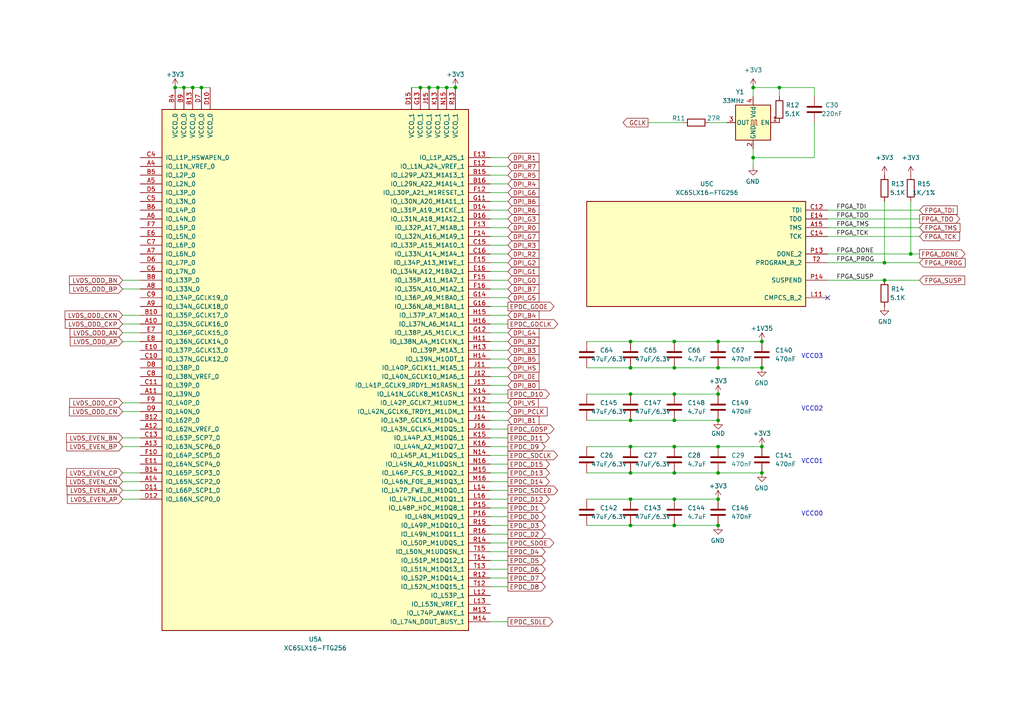
<source format=kicad_sch>
(kicad_sch (version 20231120) (generator "eeschema") (generator_version "8.0")
  (paper "A4")
  (title_block (title "Glider") (date "2024-05-09") (rev "R0.8") (company "Copyright 2024 Wenting Zhang"))
  (lib_symbols
    (symbol "Device:C" (pin_numbers hide) (pin_names (offset 0.254))
      (property "Reference" "C" (at 0.635 2.54 0))
      (property "Value" "C" (at 0.635 -2.54 0))
      (symbol "C_1_1"
        (pin passive line (at 0 3.81 270) (length 2.794) (name "~") (number "1"))
        (pin passive line (at 0 -3.81 90) (length 2.794) (name "~") (number "2"))
      )
    )
    (symbol "Device:R" (pin_numbers hide) (pin_names (offset 0))
      (property "Reference" "R" (at 2.032 0 90))
      (property "Value" "R" (at 0 0 90))
      (symbol "R_1_1"
        (pin passive line (at 0 3.81 270) (length 1.27) (name "~") (number "1"))
        (pin passive line (at 0 -3.81 90) (length 1.27) (name "~") (number "2"))
      )
    )
    (symbol "FPGA_Xilinx_Spartan6:XC6SLX16-FTG256" (pin_names (offset 1.016))
      (property "Reference" "U" (at 0 1.27 0))
      (property "Value" "XC6SLX16-FTG256" (at 0 -1.27 0))
      (symbol "XC6SLX16-FTG256_1_1"
        (pin bidirectional line (at -50.8 10.16 0) (length 6.35) (name "IO_L35N_GCLK16_0") (number "A10"))
        (pin bidirectional line (at -50.8 -10.16 0) (length 6.35) (name "IO_L39N_0") (number "A11"))
        (pin bidirectional line (at -50.8 -20.32 0) (length 6.35) (name "IO_L62N_VREF_0") (number "A12"))
        (pin bidirectional line (at -50.8 -25.4 0) (length 6.35) (name "IO_L63N_SCP6_0") (number "A13"))
        (pin bidirectional line (at -50.8 -35.56 0) (length 6.35) (name "IO_L65N_SCP2_0") (number "A14"))
        (pin bidirectional line (at -50.8 55.88 0) (length 6.35) (name "IO_L1N_VREF_0") (number "A4"))
        (pin bidirectional line (at -50.8 50.8 0) (length 6.35) (name "IO_L2N_0") (number "A5"))
        (pin bidirectional line (at -50.8 40.64 0) (length 6.35) (name "IO_L4N_0") (number "A6"))
        (pin bidirectional line (at -50.8 30.48 0) (length 6.35) (name "IO_L6N_0") (number "A7"))
        (pin bidirectional line (at -50.8 20.32 0) (length 6.35) (name "IO_L33N_0") (number "A8"))
        (pin bidirectional line (at -50.8 15.24 0) (length 6.35) (name "IO_L34N_GCLK18_0") (number "A9"))
        (pin bidirectional line (at -50.8 12.7 0) (length 6.35) (name "IO_L35P_GCLK17_0") (number "B10"))
        (pin bidirectional line (at -50.8 -17.78 0) (length 6.35) (name "IO_L62P_0") (number "B12"))
        (pin power_in line (at -35.56 78.74 270) (length 6.35) (name "VCCO_0") (number "B13"))
        (pin bidirectional line (at -50.8 -33.02 0) (length 6.35) (name "IO_L65P_SCP3_0") (number "B14"))
        (pin bidirectional line (at 50.8 53.34 180) (length 6.35) (name "IO_L29P_A23_M1A13_1") (number "B15"))
        (pin bidirectional line (at 50.8 50.8 180) (length 6.35) (name "IO_L29N_A22_M1A14_1") (number "B16"))
        (pin power_in line (at -40.64 78.74 270) (length 6.35) (name "VCCO_0") (number "B4"))
        (pin bidirectional line (at -50.8 53.34 0) (length 6.35) (name "IO_L2P_0") (number "B5"))
        (pin bidirectional line (at -50.8 43.18 0) (length 6.35) (name "IO_L4P_0") (number "B6"))
        (pin bidirectional line (at -50.8 22.86 0) (length 6.35) (name "IO_L33P_0") (number "B8"))
        (pin power_in line (at -38.1 78.74 270) (length 6.35) (name "VCCO_0") (number "B9"))
        (pin bidirectional line (at -50.8 0 0) (length 6.35) (name "IO_L37N_GCLK12_0") (number "C10"))
        (pin bidirectional line (at -50.8 -7.62 0) (length 6.35) (name "IO_L39P_0") (number "C11"))
        (pin bidirectional line (at -50.8 -22.86 0) (length 6.35) (name "IO_L63P_SCP7_0") (number "C13"))
        (pin bidirectional line (at 50.8 33.02 180) (length 6.35) (name "IO_L33P_A15_M1A10_1") (number "C15"))
        (pin bidirectional line (at 50.8 30.48 180) (length 6.35) (name "IO_L33N_A14_M1A4_1") (number "C16"))
        (pin bidirectional line (at -50.8 58.42 0) (length 6.35) (name "IO_L1P_HSWAPEN_0") (number "C4"))
        (pin bidirectional line (at -50.8 45.72 0) (length 6.35) (name "IO_L3N_0") (number "C5"))
        (pin bidirectional line (at -50.8 25.4 0) (length 6.35) (name "IO_L7N_0") (number "C6"))
        (pin bidirectional line (at -50.8 33.02 0) (length 6.35) (name "IO_L6P_0") (number "C7"))
        (pin bidirectional line (at -50.8 -5.08 0) (length 6.35) (name "IO_L38N_VREF_0") (number "C8"))
        (pin bidirectional line (at -50.8 17.78 0) (length 6.35) (name "IO_L34P_GCLK19_0") (number "C9"))
        (pin power_in line (at -30.48 78.74 270) (length 6.35) (name "VCCO_0") (number "D10"))
        (pin bidirectional line (at -50.8 -38.1 0) (length 6.35) (name "IO_L66P_SCP1_0") (number "D11"))
        (pin bidirectional line (at -50.8 -40.64 0) (length 6.35) (name "IO_L66N_SCP0_0") (number "D12"))
        (pin bidirectional line (at 50.8 43.18 180) (length 6.35) (name "IO_L31P_A19_M1CKE_1") (number "D14"))
        (pin power_in line (at 27.94 78.74 270) (length 6.35) (name "VCCO_1") (number "D15"))
        (pin bidirectional line (at 50.8 40.64 180) (length 6.35) (name "IO_L31N_A18_M1A12_1") (number "D16"))
        (pin bidirectional line (at -50.8 48.26 0) (length 6.35) (name "IO_L3P_0") (number "D5"))
        (pin bidirectional line (at -50.8 27.94 0) (length 6.35) (name "IO_L7P_0") (number "D6"))
        (pin power_in line (at -33.02 78.74 270) (length 6.35) (name "VCCO_0") (number "D7"))
        (pin bidirectional line (at -50.8 -2.54 0) (length 6.35) (name "IO_L38P_0") (number "D8"))
        (pin bidirectional line (at -50.8 -15.24 0) (length 6.35) (name "IO_L40N_0") (number "D9"))
        (pin bidirectional line (at -50.8 2.54 0) (length 6.35) (name "IO_L37P_GCLK13_0") (number "E10"))
        (pin bidirectional line (at -50.8 -30.48 0) (length 6.35) (name "IO_L64N_SCP4_0") (number "E11"))
        (pin bidirectional line (at 50.8 55.88 180) (length 6.35) (name "IO_L1N_A24_VREF_1") (number "E12"))
        (pin bidirectional line (at 50.8 58.42 180) (length 6.35) (name "IO_L1P_A25_1") (number "E13"))
        (pin bidirectional line (at 50.8 27.94 180) (length 6.35) (name "IO_L34P_A13_M1WE_1") (number "E15"))
        (pin bidirectional line (at 50.8 25.4 180) (length 6.35) (name "IO_L34N_A12_M1BA2_1") (number "E16"))
        (pin bidirectional line (at -50.8 35.56 0) (length 6.35) (name "IO_L5N_0") (number "E6"))
        (pin bidirectional line (at -50.8 7.62 0) (length 6.35) (name "IO_L36P_GCLK15_0") (number "E7"))
        (pin bidirectional line (at -50.8 5.08 0) (length 6.35) (name "IO_L36N_GCLK14_0") (number "E8"))
        (pin bidirectional line (at -50.8 -27.94 0) (length 6.35) (name "IO_L64P_SCP5_0") (number "F10"))
        (pin bidirectional line (at 50.8 48.26 180) (length 6.35) (name "IO_L30P_A21_M1RESET_1") (number "F12"))
        (pin bidirectional line (at 50.8 38.1 180) (length 6.35) (name "IO_L32P_A17_M1A8_1") (number "F13"))
        (pin bidirectional line (at 50.8 35.56 180) (length 6.35) (name "IO_L32N_A16_M1A9_1") (number "F14"))
        (pin bidirectional line (at 50.8 22.86 180) (length 6.35) (name "IO_L35P_A11_M1A7_1") (number "F15"))
        (pin bidirectional line (at 50.8 20.32 180) (length 6.35) (name "IO_L35N_A10_M1A2_1") (number "F16"))
        (pin bidirectional line (at -50.8 38.1 0) (length 6.35) (name "IO_L5P_0") (number "F7"))
        (pin bidirectional line (at -50.8 -12.7 0) (length 6.35) (name "IO_L40P_0") (number "F9"))
        (pin bidirectional line (at 50.8 45.72 180) (length 6.35) (name "IO_L30N_A20_M1A11_1") (number "G11"))
        (pin bidirectional line (at 50.8 7.62 180) (length 6.35) (name "IO_L38P_A5_M1CLK_1") (number "G12"))
        (pin power_in line (at 30.48 78.74 270) (length 6.35) (name "VCCO_1") (number "G13"))
        (pin bidirectional line (at 50.8 17.78 180) (length 6.35) (name "IO_L36P_A9_M1BA0_1") (number "G14"))
        (pin bidirectional line (at 50.8 15.24 180) (length 6.35) (name "IO_L36N_A8_M1BA1_1") (number "G16"))
        (pin bidirectional line (at 50.8 5.08 180) (length 6.35) (name "IO_L38N_A4_M1CLKN_1") (number "H11"))
        (pin bidirectional line (at 50.8 2.54 180) (length 6.35) (name "IO_L39P_M1A3_1") (number "H13"))
        (pin bidirectional line (at 50.8 0 180) (length 6.35) (name "IO_L39N_M1ODT_1") (number "H14"))
        (pin bidirectional line (at 50.8 12.7 180) (length 6.35) (name "IO_L37P_A7_M1A0_1") (number "H15"))
        (pin bidirectional line (at 50.8 10.16 180) (length 6.35) (name "IO_L37N_A6_M1A1_1") (number "H16"))
        (pin bidirectional line (at 50.8 -2.54 180) (length 6.35) (name "IO_L40P_GCLK11_M1A5_1") (number "J11"))
        (pin bidirectional line (at 50.8 -5.08 180) (length 6.35) (name "IO_L40N_GCLK10_M1A6_1") (number "J12"))
        (pin bidirectional line (at 50.8 -7.62 180) (length 6.35) (name "IO_L41P_GCLK9_IRDY1_M1RASN_1") (number "J13"))
        (pin bidirectional line (at 50.8 -17.78 180) (length 6.35) (name "IO_L43P_GCLK5_M1DQ4_1") (number "J14"))
        (pin power_in line (at 33.02 78.74 270) (length 6.35) (name "VCCO_1") (number "J15"))
        (pin bidirectional line (at 50.8 -20.32 180) (length 6.35) (name "IO_L43N_GCLK4_M1DQ5_1") (number "J16"))
        (pin bidirectional line (at 50.8 -15.24 180) (length 6.35) (name "IO_L42N_GCLK6_TRDY1_M1LDM_1") (number "K11"))
        (pin bidirectional line (at 50.8 -12.7 180) (length 6.35) (name "IO_L42P_GCLK7_M1UDM_1") (number "K12"))
        (pin power_in line (at 35.56 78.74 270) (length 6.35) (name "VCCO_1") (number "K13"))
        (pin bidirectional line (at 50.8 -10.16 180) (length 6.35) (name "IO_L41N_GCLK8_M1CASN_1") (number "K14"))
        (pin bidirectional line (at 50.8 -22.86 180) (length 6.35) (name "IO_L44P_A3_M1DQ6_1") (number "K15"))
        (pin bidirectional line (at 50.8 -25.4 180) (length 6.35) (name "IO_L44N_A2_M1DQ7_1") (number "K16"))
        (pin bidirectional line (at 50.8 -68.58 180) (length 6.35) (name "IO_L53P_1") (number "L12"))
        (pin bidirectional line (at 50.8 -71.12 180) (length 6.35) (name "IO_L53N_VREF_1") (number "L13"))
        (pin bidirectional line (at 50.8 -38.1 180) (length 6.35) (name "IO_L47P_FWE_B_M1DQ0_1") (number "L14"))
        (pin bidirectional line (at 50.8 -40.64 180) (length 6.35) (name "IO_L47N_LDC_M1DQ1_1") (number "L16"))
        (pin bidirectional line (at 50.8 -73.66 180) (length 6.35) (name "IO_L74P_AWAKE_1") (number "M13"))
        (pin bidirectional line (at 50.8 -76.2 180) (length 6.35) (name "IO_L74N_DOUT_BUSY_1") (number "M14"))
        (pin bidirectional line (at 50.8 -33.02 180) (length 6.35) (name "IO_L46P_FCS_B_M1DQ2_1") (number "M15"))
        (pin bidirectional line (at 50.8 -35.56 180) (length 6.35) (name "IO_L46N_FOE_B_M1DQ3_1") (number "M16"))
        (pin bidirectional line (at 50.8 -27.94 180) (length 6.35) (name "IO_L45P_A1_M1LDQS_1") (number "N14"))
        (pin power_in line (at 38.1 78.74 270) (length 6.35) (name "VCCO_1") (number "N15"))
        (pin bidirectional line (at 50.8 -30.48 180) (length 6.35) (name "IO_L45N_A0_M1LDQSN_1") (number "N16"))
        (pin bidirectional line (at 50.8 -43.18 180) (length 6.35) (name "IO_L48P_HDC_M1DQ8_1") (number "P15"))
        (pin bidirectional line (at 50.8 -45.72 180) (length 6.35) (name "IO_L48N_M1DQ9_1") (number "P16"))
        (pin bidirectional line (at 50.8 -63.5 180) (length 6.35) (name "IO_L52P_M1DQ14_1") (number "R12"))
        (pin power_in line (at 40.64 78.74 270) (length 6.35) (name "VCCO_1") (number "R13"))
        (pin bidirectional line (at 50.8 -53.34 180) (length 6.35) (name "IO_L50P_M1UDQS_1") (number "R14"))
        (pin bidirectional line (at 50.8 -48.26 180) (length 6.35) (name "IO_L49P_M1DQ10_1") (number "R15"))
        (pin bidirectional line (at 50.8 -50.8 180) (length 6.35) (name "IO_L49N_M1DQ11_1") (number "R16"))
        (pin bidirectional line (at 50.8 -66.04 180) (length 6.35) (name "IO_L52N_M1DQ15_1") (number "T12"))
        (pin bidirectional line (at 50.8 -60.96 180) (length 6.35) (name "IO_L51N_M1DQ13_1") (number "T13"))
        (pin bidirectional line (at 50.8 -58.42 180) (length 6.35) (name "IO_L51P_M1DQ12_1") (number "T14"))
        (pin bidirectional line (at 50.8 -55.88 180) (length 6.35) (name "IO_L50N_M1UDQSN_1") (number "T15"))
      )
      (symbol "XC6SLX16-FTG256_2_1"
        (pin bidirectional line (at 50.8 -55.88 180) (length 6.35) (name "IO_L52N_M3A9_3") (number "A2"))
        (pin bidirectional line (at 50.8 -76.2 180) (length 6.35) (name "IO_L83N_VREF_3") (number "A3"))
        (pin bidirectional line (at 50.8 -45.72 180) (length 6.35) (name "IO_L50N_M3BA2_3") (number "B1"))
        (pin bidirectional line (at 50.8 -53.34 180) (length 6.35) (name "IO_L52P_M3A8_3") (number "B2"))
        (pin bidirectional line (at 50.8 -73.66 180) (length 6.35) (name "IO_L83P_3") (number "B3"))
        (pin bidirectional line (at 50.8 -43.18 180) (length 6.35) (name "IO_L50P_M3WE_3") (number "C1"))
        (pin bidirectional line (at 50.8 -35.56 180) (length 6.35) (name "IO_L48N_M3BA1_3") (number "C2"))
        (pin bidirectional line (at 50.8 -33.02 180) (length 6.35) (name "IO_L48P_M3BA0_3") (number "C3"))
        (pin bidirectional line (at 50.8 -40.64 180) (length 6.35) (name "IO_L49N_M3A2_3") (number "D1"))
        (pin power_in line (at 30.48 78.74 270) (length 6.35) (name "VCCO_3") (number "D2"))
        (pin bidirectional line (at 50.8 -38.1 180) (length 6.35) (name "IO_L49P_M3A7_3") (number "D3"))
        (pin bidirectional line (at 50.8 -25.4 180) (length 6.35) (name "IO_L46N_M3CLKN_3") (number "E1"))
        (pin bidirectional line (at 50.8 -22.86 180) (length 6.35) (name "IO_L46P_M3CLK_3") (number "E2"))
        (pin bidirectional line (at 50.8 -66.04 180) (length 6.35) (name "IO_L54N_M3A11_3") (number "E3"))
        (pin bidirectional line (at 50.8 -63.5 180) (length 6.35) (name "IO_L54P_M3RESET_3") (number "E4"))
        (pin bidirectional line (at 50.8 0 180) (length 6.35) (name "IO_L41N_GCLK26_M3DQ5_3") (number "F1"))
        (pin bidirectional line (at 50.8 2.54 180) (length 6.35) (name "IO_L41P_GCLK27_M3DQ4_3") (number "F2"))
        (pin bidirectional line (at 50.8 -60.96 180) (length 6.35) (name "IO_L53N_M3A12_3") (number "F3"))
        (pin bidirectional line (at 50.8 -58.42 180) (length 6.35) (name "IO_L53P_M3CKE_3") (number "F4"))
        (pin bidirectional line (at 50.8 -71.12 180) (length 6.35) (name "IO_L55N_M3A14_3") (number "F5"))
        (pin bidirectional line (at 50.8 -68.58 180) (length 6.35) (name "IO_L55P_M3A13_3") (number "F6"))
        (pin bidirectional line (at 50.8 5.08 180) (length 6.35) (name "IO_L40N_M3DQ7_3") (number "G1"))
        (pin bidirectional line (at 50.8 7.62 180) (length 6.35) (name "IO_L40P_M3DQ6_3") (number "G3"))
        (pin power_in line (at 33.02 78.74 270) (length 6.35) (name "VCCO_3") (number "G4"))
        (pin bidirectional line (at 50.8 -50.8 180) (length 6.35) (name "IO_L51N_M3A4_3") (number "G5"))
        (pin bidirectional line (at 50.8 -48.26 180) (length 6.35) (name "IO_L51P_M3A10_3") (number "G6"))
        (pin bidirectional line (at 50.8 10.16 180) (length 6.35) (name "IO_L39N_M3LDQSN_3") (number "H1"))
        (pin bidirectional line (at 50.8 12.7 180) (length 6.35) (name "IO_L39P_M3LDQS_3") (number "H2"))
        (pin bidirectional line (at 50.8 -15.24 180) (length 6.35) (name "IO_L44N_GCLK20_M3A6_3") (number "H3"))
        (pin bidirectional line (at 50.8 -12.7 180) (length 6.35) (name "IO_L44P_GCLK21_M3A5_3") (number "H4"))
        (pin bidirectional line (at 50.8 -10.16 180) (length 6.35) (name "IO_L43N_GCLK22_IRDY2_M3CASN_3") (number "H5"))
        (pin bidirectional line (at 50.8 15.24 180) (length 6.35) (name "IO_L38N_M3DQ3_3") (number "J1"))
        (pin power_in line (at 35.56 78.74 270) (length 6.35) (name "VCCO_3") (number "J2"))
        (pin bidirectional line (at 50.8 17.78 180) (length 6.35) (name "IO_L38P_M3DQ2_3") (number "J3"))
        (pin bidirectional line (at 50.8 -5.08 180) (length 6.35) (name "IO_L42N_GCLK24_M3LDM_3") (number "J4"))
        (pin bidirectional line (at 50.8 -7.62 180) (length 6.35) (name "IO_L43P_GCLK23_M3RASN_3") (number "J6"))
        (pin bidirectional line (at 50.8 20.32 180) (length 6.35) (name "IO_L37N_M3DQ1_3") (number "K1"))
        (pin bidirectional line (at 50.8 22.86 180) (length 6.35) (name "IO_L37P_M3DQ0_3") (number "K2"))
        (pin bidirectional line (at 50.8 -2.54 180) (length 6.35) (name "IO_L42P_GCLK25_TRDY2_M3UDM_3") (number "K3"))
        (pin power_in line (at 38.1 78.74 270) (length 6.35) (name "VCCO_3") (number "K4"))
        (pin bidirectional line (at 50.8 -27.94 180) (length 6.35) (name "IO_L47P_M3A0_3") (number "K5"))
        (pin bidirectional line (at 50.8 -30.48 180) (length 6.35) (name "IO_L47N_M3A1_3") (number "K6"))
        (pin bidirectional line (at 50.8 25.4 180) (length 6.35) (name "IO_L36N_M3DQ9_3") (number "L1"))
        (pin bidirectional line (at -50.8 27.94 0) (length 6.35) (name "IO_L16P_2") (number "L10"))
        (pin bidirectional line (at 50.8 27.94 180) (length 6.35) (name "IO_L36P_M3DQ8_3") (number "L3"))
        (pin bidirectional line (at 50.8 -17.78 180) (length 6.35) (name "IO_L45P_M3A3_3") (number "L4"))
        (pin bidirectional line (at 50.8 -20.32 180) (length 6.35) (name "IO_L45N_M3ODT_3") (number "L5"))
        (pin bidirectional line (at -50.8 -20.32 0) (length 6.35) (name "IO_L62N_D6_2") (number "L7"))
        (pin bidirectional line (at -50.8 -17.78 0) (length 6.35) (name "IO_L62P_D5_2") (number "L8"))
        (pin bidirectional line (at 50.8 30.48 180) (length 6.35) (name "IO_L35N_M3DQ11_3") (number "M1"))
        (pin bidirectional line (at -50.8 25.4 0) (length 6.35) (name "IO_L16N_VREF_2") (number "M10"))
        (pin bidirectional line (at -50.8 50.8 0) (length 6.35) (name "IO_L2N_CMPMOSI_2") (number "M11"))
        (pin bidirectional line (at -50.8 53.34 0) (length 6.35) (name "IO_L2P_CMPCLK_2") (number "M12"))
        (pin bidirectional line (at 50.8 33.02 180) (length 6.35) (name "IO_L35P_M3DQ10_3") (number "M2"))
        (pin bidirectional line (at 50.8 55.88 180) (length 6.35) (name "IO_L1N_VREF_3") (number "M3"))
        (pin bidirectional line (at 50.8 58.42 180) (length 6.35) (name "IO_L1P_3") (number "M4"))
        (pin bidirectional line (at 50.8 53.34 180) (length 6.35) (name "IO_L2P_3") (number "M5"))
        (pin bidirectional line (at -50.8 -27.94 0) (length 6.35) (name "IO_L64P_D8_2") (number "M6"))
        (pin bidirectional line (at -50.8 5.08 0) (length 6.35) (name "IO_L31N_GCLK30_D15_2") (number "M7"))
        (pin bidirectional line (at -50.8 17.78 0) (length 6.35) (name "IO_L29P_GCLK3_2") (number "M9"))
        (pin bidirectional line (at 50.8 35.56 180) (length 6.35) (name "IO_L34N_M3UDQSN_3") (number "N1"))
        (pin power_in line (at -38.1 78.74 270) (length 6.35) (name "VCCO_2") (number "N10"))
        (pin bidirectional line (at -50.8 38.1 0) (length 6.35) (name "IO_L13P_M1_2") (number "N11"))
        (pin bidirectional line (at -50.8 43.18 0) (length 6.35) (name "IO_L12P_D1_MISO2_2") (number "N12"))
        (pin power_in line (at 40.64 78.74 270) (length 6.35) (name "VCCO_3") (number "N2"))
        (pin bidirectional line (at 50.8 38.1 180) (length 6.35) (name "IO_L34P_M3UDQS_3") (number "N3"))
        (pin bidirectional line (at 50.8 50.8 180) (length 6.35) (name "IO_L2N_3") (number "N4"))
        (pin bidirectional line (at -50.8 -12.7 0) (length 6.35) (name "IO_L49P_D3_2") (number "N5"))
        (pin bidirectional line (at -50.8 -30.48 0) (length 6.35) (name "IO_L64N_D9_2") (number "N6"))
        (pin power_in line (at -40.64 78.74 270) (length 6.35) (name "VCCO_2") (number "N7"))
        (pin bidirectional line (at -50.8 15.24 0) (length 6.35) (name "IO_L29N_GCLK2_2") (number "N8"))
        (pin bidirectional line (at -50.8 33.02 0) (length 6.35) (name "IO_L14P_D11_2") (number "N9"))
        (pin bidirectional line (at 50.8 40.64 180) (length 6.35) (name "IO_L33N_M3DQ13_3") (number "P1"))
        (pin bidirectional line (at -50.8 48.26 0) (length 6.35) (name "IO_L3P_D0_DIN_MISO_MISO1_2") (number "P10"))
        (pin bidirectional line (at -50.8 35.56 0) (length 6.35) (name "IO_L13N_D10_2") (number "P11"))
        (pin bidirectional line (at -50.8 40.64 0) (length 6.35) (name "IO_L12N_D2_MISO3_2") (number "P12"))
        (pin bidirectional line (at 50.8 43.18 180) (length 6.35) (name "IO_L33P_M3DQ12_3") (number "P2"))
        (pin bidirectional line (at -50.8 -22.86 0) (length 6.35) (name "IO_L63P_2") (number "P4"))
        (pin bidirectional line (at -50.8 -15.24 0) (length 6.35) (name "IO_L49N_D4_2") (number "P5"))
        (pin bidirectional line (at -50.8 -2.54 0) (length 6.35) (name "IO_L47P_2") (number "P6"))
        (pin bidirectional line (at -50.8 7.62 0) (length 6.35) (name "IO_L31P_GCLK31_D14_2") (number "P7"))
        (pin bidirectional line (at -50.8 12.7 0) (length 6.35) (name "IO_L30P_GCLK1_D13_2") (number "P8"))
        (pin bidirectional line (at -50.8 30.48 0) (length 6.35) (name "IO_L14N_D12_2") (number "P9"))
        (pin bidirectional line (at 50.8 45.72 180) (length 6.35) (name "IO_L32N_M3DQ15_3") (number "R1"))
        (pin bidirectional line (at -50.8 58.42 0) (length 6.35) (name "IO_L1P_CCLK_2") (number "R11"))
        (pin bidirectional line (at 50.8 48.26 180) (length 6.35) (name "IO_L32P_M3DQ14_3") (number "R2"))
        (pin bidirectional line (at -50.8 -33.02 0) (length 6.35) (name "IO_L65P_INIT_B_2") (number "R3"))
        (pin power_in line (at -35.56 78.74 270) (length 6.35) (name "VCCO_2") (number "R4"))
        (pin bidirectional line (at -50.8 -7.62 0) (length 6.35) (name "IO_L48P_D7_2") (number "R5"))
        (pin bidirectional line (at -50.8 2.54 0) (length 6.35) (name "IO_L32P_GCLK29_2") (number "R7"))
        (pin power_in line (at -33.02 78.74 270) (length 6.35) (name "VCCO_2") (number "R8"))
        (pin bidirectional line (at -50.8 22.86 0) (length 6.35) (name "IO_L23P_2") (number "R9"))
        (pin bidirectional line (at -50.8 45.72 0) (length 6.35) (name "IO_L3N_MOSI_CSI_B_MISO0_2") (number "T10"))
        (pin bidirectional line (at -50.8 55.88 0) (length 6.35) (name "IO_L1N_M0_CMPMISO_2") (number "T11"))
        (pin bidirectional line (at -50.8 -35.56 0) (length 6.35) (name "IO_L65N_CSO_B_2") (number "T3"))
        (pin bidirectional line (at -50.8 -25.4 0) (length 6.35) (name "IO_L63N_2") (number "T4"))
        (pin bidirectional line (at -50.8 -10.16 0) (length 6.35) (name "IO_L48N_RDWR_B_VREF_2") (number "T5"))
        (pin bidirectional line (at -50.8 -5.08 0) (length 6.35) (name "IO_L47N_2") (number "T6"))
        (pin bidirectional line (at -50.8 0 0) (length 6.35) (name "IO_L32N_GCLK28_2") (number "T7"))
        (pin bidirectional line (at -50.8 10.16 0) (length 6.35) (name "IO_L30N_GCLK0_USERCCLK_2") (number "T8"))
        (pin bidirectional line (at -50.8 20.32 0) (length 6.35) (name "IO_L23N_2") (number "T9"))
      )
      (symbol "XC6SLX16-FTG256_3_1"
        (pin bidirectional line (at 38.1 7.62 180) (length 6.35) (name "TMS") (number "A15"))
        (pin bidirectional line (at 38.1 12.7 180) (length 6.35) (name "TDI") (number "C12"))
        (pin bidirectional line (at 38.1 5.08 180) (length 6.35) (name "TCK") (number "C14"))
        (pin bidirectional line (at 38.1 10.16 180) (length 6.35) (name "TDO") (number "E14"))
        (pin bidirectional line (at 38.1 -12.7 180) (length 6.35) (name "CMPCS_B_2") (number "L11"))
        (pin bidirectional line (at 38.1 0 180) (length 6.35) (name "DONE_2") (number "P13"))
        (pin bidirectional line (at 38.1 -7.62 180) (length 6.35) (name "SUSPEND") (number "P14"))
        (pin bidirectional line (at 38.1 -2.54 180) (length 6.35) (name "PROGRAM_B_2") (number "T2"))
      )
      (symbol "XC6SLX16-FTG256_4_1"
        (pin power_in line (at -25.4 2.54 0) (length 6.35) (name "GND") (number "A1"))
        (pin power_in line (at -25.4 0 0) (length 6.35) (name "GND") (number "A16"))
        (pin power_in line (at -25.4 -5.08 0) (length 6.35) (name "GND") (number "B11"))
        (pin power_in line (at -25.4 -2.54 0) (length 6.35) (name "GND") (number "B7"))
        (pin power_in line (at -25.4 -10.16 0) (length 6.35) (name "GND") (number "D13"))
        (pin power_in line (at -25.4 -7.62 0) (length 6.35) (name "GND") (number "D4"))
        (pin power_in line (at -25.4 27.94 0) (length 6.35) (name "VCCAUX") (number "E5"))
        (pin power_in line (at -25.4 -12.7 0) (length 6.35) (name "GND") (number "E9"))
        (pin power_in line (at -25.4 22.86 0) (length 6.35) (name "VCCAUX") (number "F11"))
        (pin power_in line (at -25.4 25.4 0) (length 6.35) (name "VCCAUX") (number "F8"))
        (pin power_in line (at -25.4 20.32 0) (length 6.35) (name "VCCAUX") (number "G10"))
        (pin power_in line (at -25.4 -20.32 0) (length 6.35) (name "GND") (number "G15"))
        (pin power_in line (at -25.4 -15.24 0) (length 6.35) (name "GND") (number "G2"))
        (pin power_in line (at 25.4 27.94 180) (length 6.35) (name "VCCINT") (number "G7"))
        (pin power_in line (at -25.4 -17.78 0) (length 6.35) (name "GND") (number "G8"))
        (pin power_in line (at 25.4 25.4 180) (length 6.35) (name "VCCINT") (number "G9"))
        (pin power_in line (at 25.4 20.32 180) (length 6.35) (name "VCCINT") (number "H10"))
        (pin power_in line (at -25.4 -27.94 0) (length 6.35) (name "GND") (number "H12"))
        (pin power_in line (at -25.4 17.78 0) (length 6.35) (name "VCCAUX") (number "H6"))
        (pin power_in line (at -25.4 -22.86 0) (length 6.35) (name "GND") (number "H7"))
        (pin power_in line (at 25.4 22.86 180) (length 6.35) (name "VCCINT") (number "H8"))
        (pin power_in line (at -25.4 -25.4 0) (length 6.35) (name "GND") (number "H9"))
        (pin power_in line (at -25.4 15.24 0) (length 6.35) (name "VCCAUX") (number "J10"))
        (pin power_in line (at 25.4 2.54 180) (length 6.35) (name "GND") (number "J5"))
        (pin power_in line (at 25.4 17.78 180) (length 6.35) (name "VCCINT") (number "J7"))
        (pin power_in line (at 25.4 0 180) (length 6.35) (name "GND") (number "J8"))
        (pin power_in line (at 25.4 15.24 180) (length 6.35) (name "VCCINT") (number "J9"))
        (pin power_in line (at 25.4 10.16 180) (length 6.35) (name "VCCINT") (number "K10"))
        (pin power_in line (at 25.4 -2.54 180) (length 6.35) (name "GND") (number "K7"))
        (pin power_in line (at 25.4 12.7 180) (length 6.35) (name "VCCINT") (number "K8"))
        (pin power_in line (at 25.4 -5.08 180) (length 6.35) (name "GND") (number "K9"))
        (pin power_in line (at 25.4 -10.16 180) (length 6.35) (name "GND") (number "L15"))
        (pin power_in line (at 25.4 -7.62 180) (length 6.35) (name "GND") (number "L2"))
        (pin power_in line (at -25.4 12.7 0) (length 6.35) (name "VCCAUX") (number "L6"))
        (pin power_in line (at -25.4 10.16 0) (length 6.35) (name "VCCAUX") (number "L9"))
        (pin power_in line (at 25.4 -12.7 180) (length 6.35) (name "GND") (number "M8"))
        (pin power_in line (at 25.4 -15.24 180) (length 6.35) (name "GND") (number "N13"))
        (pin power_in line (at 25.4 -17.78 180) (length 6.35) (name "GND") (number "P3"))
        (pin power_in line (at 25.4 -22.86 180) (length 6.35) (name "GND") (number "R10"))
        (pin power_in line (at 25.4 -20.32 180) (length 6.35) (name "GND") (number "R6"))
        (pin power_in line (at 25.4 -25.4 180) (length 6.35) (name "GND") (number "T1"))
        (pin power_in line (at 25.4 -27.94 180) (length 6.35) (name "GND") (number "T16"))
      )
    )
    (symbol "Oscillator:ASE-xxxMHz" (pin_names (offset 0.254))
      (property "Reference" "X" (at -5.08 6.35 0))
      (property "Value" "ASE-xxxMHz" (at 1.27 -6.35 0))
      (symbol "ASE-xxxMHz_1_1"
        (pin input line (at -7.62 0 0) (length 2.54) (name "EN") (number "1"))
        (pin power_in line (at 0 -7.62 90) (length 2.54) (name "GND") (number "2"))
        (pin output line (at 7.62 0 180) (length 2.54) (name "OUT") (number "3"))
        (pin power_in line (at 0 7.62 270) (length 2.54) (name "Vdd") (number "4"))
      )
    )
    (symbol "power:+1V35" (power) (pin_names (offset 0))
      (property "Value" "+1V35" (at 0 3.556 0))
      (symbol "+1V35_1_1"
        (pin power_in line (at 0 0 90) (length 0) hide (name "+1V35") (number "1"))
      )
    )
    (symbol "power:+3V3" (power) (pin_names (offset 0))
      (property "Value" "+3V3" (at 0 3.556 0))
      (symbol "+3V3_1_1"
        (pin power_in line (at 0 0 90) (length 0) hide (name "+3V3") (number "1"))
      )
    )
    (symbol "power:GND" (power) (pin_names (offset 0))
      (property "Value" "GND" (at 0 -3.81 0))
      (symbol "GND_1_1"
        (pin power_in line (at 0 0 270) (length 0) hide (name "GND") (number "1"))
      )
    )
  )
  (junction (at 182.88 114.3))
  (junction (at 182.88 137.16))
  (junction (at 208.28 129.54))
  (junction (at 195.58 99.06))
  (junction (at 195.58 106.68))
  (junction (at 182.88 106.68))
  (junction (at 195.58 137.16))
  (junction (at 208.28 114.3))
  (junction (at 182.88 129.54))
  (junction (at 182.88 144.78))
  (junction (at 182.88 121.92))
  (junction (at 195.58 121.92))
  (junction (at 124.46 25.4))
  (junction (at 256.54 76.2))
  (junction (at 127 25.4))
  (junction (at 220.98 99.06))
  (junction (at 220.98 106.68))
  (junction (at 58.42 25.4))
  (junction (at 132.08 25.4))
  (junction (at 195.58 129.54))
  (junction (at 226.06 25.4))
  (junction (at 182.88 152.4))
  (junction (at 53.34 25.4))
  (junction (at 129.54 25.4))
  (junction (at 208.28 106.68))
  (junction (at 50.8 25.4))
  (junction (at 121.92 25.4))
  (junction (at 220.98 129.54))
  (junction (at 55.88 25.4))
  (junction (at 195.58 114.3))
  (junction (at 195.58 144.78))
  (junction (at 208.28 144.78))
  (junction (at 208.28 137.16))
  (junction (at 256.54 81.28))
  (junction (at 264.16 73.66))
  (junction (at 218.44 45.72))
  (junction (at 218.44 25.4))
  (junction (at 208.28 99.06))
  (junction (at 208.28 121.92))
  (junction (at 220.98 137.16))
  (junction (at 195.58 152.4))
  (junction (at 208.28 152.4))
  (junction (at 182.88 99.06))
  (no_connect (at 240.03 86.36))
  (wire (pts (xy 195.58 114.3) (xy 182.88 114.3)))
  (wire (pts (xy 147.32 66.04) (xy 142.24 66.04)))
  (wire (pts (xy 55.88 25.4) (xy 58.42 25.4)))
  (wire (pts (xy 58.42 25.4) (xy 60.96 25.4)))
  (wire (pts (xy 147.32 71.12) (xy 142.24 71.12)))
  (wire (pts (xy 240.03 60.96) (xy 266.7 60.96)))
  (wire (pts (xy 182.88 114.3) (xy 170.18 114.3)))
  (wire (pts (xy 35.56 142.24) (xy 40.64 142.24)))
  (wire (pts (xy 147.32 106.68) (xy 142.24 106.68)))
  (wire (pts (xy 208.28 137.16) (xy 220.98 137.16)))
  (wire (pts (xy 35.56 144.78) (xy 40.64 144.78)))
  (wire (pts (xy 226.06 25.4) (xy 226.06 27.94)))
  (wire (pts (xy 147.32 96.52) (xy 142.24 96.52)))
  (wire (pts (xy 142.24 144.78) (xy 147.32 144.78)))
  (wire (pts (xy 147.32 101.6) (xy 142.24 101.6)))
  (wire (pts (xy 195.58 129.54) (xy 208.28 129.54)))
  (wire (pts (xy 205.74 35.56) (xy 210.82 35.56)))
  (wire (pts (xy 240.03 63.5) (xy 266.7 63.5)))
  (wire (pts (xy 147.32 83.82) (xy 142.24 83.82)))
  (wire (pts (xy 147.32 60.96) (xy 142.24 60.96)))
  (wire (pts (xy 142.24 121.92) (xy 147.32 121.92)))
  (wire (pts (xy 142.24 154.94) (xy 147.32 154.94)))
  (wire (pts (xy 256.54 81.28) (xy 266.7 81.28)))
  (wire (pts (xy 182.88 121.92) (xy 195.58 121.92)))
  (wire (pts (xy 182.88 99.06) (xy 170.18 99.06)))
  (wire (pts (xy 142.24 167.64) (xy 147.32 167.64)))
  (wire (pts (xy 142.24 170.18) (xy 147.32 170.18)))
  (wire (pts (xy 35.56 99.06) (xy 40.64 99.06)))
  (wire (pts (xy 147.32 111.76) (xy 142.24 111.76)))
  (wire (pts (xy 142.24 180.34) (xy 147.32 180.34)))
  (wire (pts (xy 142.24 152.4) (xy 147.32 152.4)))
  (wire (pts (xy 240.03 73.66) (xy 264.16 73.66)))
  (wire (pts (xy 35.56 81.28) (xy 40.64 81.28)))
  (wire (pts (xy 195.58 121.92) (xy 208.28 121.92)))
  (wire (pts (xy 218.44 45.72) (xy 218.44 48.26)))
  (wire (pts (xy 218.44 43.18) (xy 218.44 45.72)))
  (wire (pts (xy 240.03 66.04) (xy 266.7 66.04)))
  (wire (pts (xy 195.58 114.3) (xy 208.28 114.3)))
  (wire (pts (xy 142.24 165.1) (xy 147.32 165.1)))
  (wire (pts (xy 147.32 50.8) (xy 142.24 50.8)))
  (wire (pts (xy 119.38 25.4) (xy 121.92 25.4)))
  (wire (pts (xy 121.92 25.4) (xy 124.46 25.4)))
  (wire (pts (xy 124.46 25.4) (xy 127 25.4)))
  (wire (pts (xy 35.56 93.98) (xy 40.64 93.98)))
  (wire (pts (xy 147.32 99.06) (xy 142.24 99.06)))
  (wire (pts (xy 182.88 152.4) (xy 170.18 152.4)))
  (wire (pts (xy 35.56 83.82) (xy 40.64 83.82)))
  (wire (pts (xy 147.32 104.14) (xy 142.24 104.14)))
  (wire (pts (xy 147.32 109.22) (xy 142.24 109.22)))
  (wire (pts (xy 142.24 162.56) (xy 147.32 162.56)))
  (wire (pts (xy 35.56 96.52) (xy 40.64 96.52)))
  (wire (pts (xy 195.58 106.68) (xy 208.28 106.68)))
  (wire (pts (xy 142.24 147.32) (xy 147.32 147.32)))
  (wire (pts (xy 147.32 58.42) (xy 142.24 58.42)))
  (wire (pts (xy 240.03 68.58) (xy 266.7 68.58)))
  (wire (pts (xy 195.58 99.06) (xy 208.28 99.06)))
  (wire (pts (xy 195.58 137.16) (xy 182.88 137.16)))
  (wire (pts (xy 208.28 129.54) (xy 220.98 129.54)))
  (wire (pts (xy 182.88 144.78) (xy 170.18 144.78)))
  (wire (pts (xy 236.22 25.4) (xy 226.06 25.4)))
  (wire (pts (xy 236.22 25.4) (xy 236.22 27.94)))
  (wire (pts (xy 35.56 139.7) (xy 40.64 139.7)))
  (wire (pts (xy 182.88 129.54) (xy 170.18 129.54)))
  (wire (pts (xy 208.28 99.06) (xy 220.98 99.06)))
  (wire (pts (xy 182.88 121.92) (xy 170.18 121.92)))
  (wire (pts (xy 264.16 73.66) (xy 266.7 73.66)))
  (wire (pts (xy 195.58 106.68) (xy 182.88 106.68)))
  (wire (pts (xy 208.28 106.68) (xy 220.98 106.68)))
  (wire (pts (xy 147.32 45.72) (xy 142.24 45.72)))
  (wire (pts (xy 195.58 129.54) (xy 182.88 129.54)))
  (wire (pts (xy 142.24 137.16) (xy 147.32 137.16)))
  (wire (pts (xy 142.24 124.46) (xy 147.32 124.46)))
  (wire (pts (xy 240.03 81.28) (xy 256.54 81.28)))
  (wire (pts (xy 142.24 149.86) (xy 147.32 149.86)))
  (wire (pts (xy 35.56 116.84) (xy 40.64 116.84)))
  (wire (pts (xy 187.96 35.56) (xy 198.12 35.56)))
  (wire (pts (xy 142.24 139.7) (xy 147.32 139.7)))
  (wire (pts (xy 147.32 91.44) (xy 142.24 91.44)))
  (wire (pts (xy 147.32 68.58) (xy 142.24 68.58)))
  (wire (pts (xy 256.54 58.42) (xy 256.54 76.2)))
  (wire (pts (xy 240.03 76.2) (xy 256.54 76.2)))
  (wire (pts (xy 147.32 81.28) (xy 142.24 81.28)))
  (wire (pts (xy 182.88 137.16) (xy 170.18 137.16)))
  (wire (pts (xy 142.24 88.9) (xy 147.32 88.9)))
  (wire (pts (xy 147.32 76.2) (xy 142.24 76.2)))
  (wire (pts (xy 142.24 134.62) (xy 147.32 134.62)))
  (wire (pts (xy 256.54 76.2) (xy 266.7 76.2)))
  (wire (pts (xy 236.22 35.56) (xy 236.22 45.72)))
  (wire (pts (xy 236.22 45.72) (xy 218.44 45.72)))
  (wire (pts (xy 147.32 48.26) (xy 142.24 48.26)))
  (wire (pts (xy 195.58 137.16) (xy 208.28 137.16)))
  (wire (pts (xy 147.32 55.88) (xy 142.24 55.88)))
  (wire (pts (xy 142.24 127) (xy 147.32 127)))
  (wire (pts (xy 50.8 25.4) (xy 53.34 25.4)))
  (wire (pts (xy 53.34 25.4) (xy 55.88 25.4)))
  (wire (pts (xy 142.24 132.08) (xy 147.32 132.08)))
  (wire (pts (xy 35.56 137.16) (xy 40.64 137.16)))
  (wire (pts (xy 129.54 25.4) (xy 127 25.4)))
  (wire (pts (xy 132.08 25.4) (xy 129.54 25.4)))
  (wire (pts (xy 142.24 160.02) (xy 147.32 160.02)))
  (wire (pts (xy 147.32 78.74) (xy 142.24 78.74)))
  (wire (pts (xy 147.32 53.34) (xy 142.24 53.34)))
  (wire (pts (xy 147.32 86.36) (xy 142.24 86.36)))
  (wire (pts (xy 35.56 91.44) (xy 40.64 91.44)))
  (wire (pts (xy 182.88 152.4) (xy 195.58 152.4)))
  (wire (pts (xy 182.88 106.68) (xy 170.18 106.68)))
  (wire (pts (xy 35.56 119.38) (xy 40.64 119.38)))
  (wire (pts (xy 195.58 144.78) (xy 182.88 144.78)))
  (wire (pts (xy 147.32 119.38) (xy 142.24 119.38)))
  (wire (pts (xy 35.56 129.54) (xy 40.64 129.54)))
  (wire (pts (xy 142.24 93.98) (xy 147.32 93.98)))
  (wire (pts (xy 218.44 25.4) (xy 218.44 27.94)))
  (wire (pts (xy 35.56 127) (xy 40.64 127)))
  (wire (pts (xy 142.24 129.54) (xy 147.32 129.54)))
  (wire (pts (xy 147.32 114.3) (xy 142.24 114.3)))
  (wire (pts (xy 147.32 63.5) (xy 142.24 63.5)))
  (wire (pts (xy 218.44 25.4) (xy 226.06 25.4)))
  (wire (pts (xy 142.24 157.48) (xy 147.32 157.48)))
  (wire (pts (xy 195.58 144.78) (xy 208.28 144.78)))
  (wire (pts (xy 195.58 152.4) (xy 208.28 152.4)))
  (wire (pts (xy 264.16 58.42) (xy 264.16 73.66)))
  (wire (pts (xy 195.58 99.06) (xy 182.88 99.06)))
  (wire (pts (xy 142.24 142.24) (xy 147.32 142.24)))
  (wire (pts (xy 147.32 116.84) (xy 142.24 116.84)))
  (wire (pts (xy 147.32 73.66) (xy 142.24 73.66)))
  (text "VCCO1" (at 232.41 134.62 0) (effects (font (size 1.27 1.27)) (justify left bottom)))
  (text "VCCO0" (at 232.41 149.86 0) (effects (font (size 1.27 1.27)) (justify left bottom)))
  (text "VCCO3" (at 232.41 104.14 0) (effects (font (size 1.27 1.27)) (justify left bottom)))
  (text "VCCO2" (at 232.41 119.38 0) (effects (font (size 1.27 1.27)) (justify left bottom)))
  (label "FPGA_TMS" (at 242.57 66.04 0))
  (label "FPGA_PROG" (at 242.57 76.2 0))
  (label "FPGA_DONE" (at 242.57 73.66 0))
  (label "FPGA_TCK" (at 242.57 68.58 0))
  (label "FPGA_SUSP" (at 242.57 81.28 0))
  (label "FPGA_TDO" (at 242.57 63.5 0))
  (label "FPGA_TDI" (at 242.57 60.96 0))
  (global_label "LVDS_ODD_CKP" (shape input) (at 35.56 93.98 180) (property "Intersheetrefs" "${INTERSHEET_REFS}" (effects (hide yes))))
  (global_label "LVDS_EVEN_BN" (shape input) (at 35.56 127 180) (property "Intersheetrefs" "${INTERSHEET_REFS}" (effects (hide yes))))
  (global_label "DPI_B3" (shape input) (at 147.32 101.6 0) (property "Intersheetrefs" "${INTERSHEET_REFS}" (effects (hide yes))))
  (global_label "EPDC_D6" (shape output) (at 147.32 165.1 0) (property "Intersheetrefs" "${INTERSHEET_REFS}" (effects (hide yes))))
  (global_label "EPDC_SDCLK" (shape output) (at 147.32 132.08 0) (property "Intersheetrefs" "${INTERSHEET_REFS}" (effects (hide yes))))
  (global_label "DPI_R2" (shape input) (at 147.32 73.66 0) (property "Intersheetrefs" "${INTERSHEET_REFS}" (effects (hide yes))))
  (global_label "EPDC_D9" (shape output) (at 147.32 129.54 0) (property "Intersheetrefs" "${INTERSHEET_REFS}" (effects (hide yes))))
  (global_label "DPI_R1" (shape input) (at 147.32 45.72 0) (property "Intersheetrefs" "${INTERSHEET_REFS}" (effects (hide yes))))
  (global_label "LVDS_ODD_CN" (shape input) (at 35.56 119.38 180) (property "Intersheetrefs" "${INTERSHEET_REFS}" (effects (hide yes))))
  (global_label "LVDS_ODD_BN" (shape input) (at 35.56 81.28 180) (property "Intersheetrefs" "${INTERSHEET_REFS}" (effects (hide yes))))
  (global_label "LVDS_ODD_BP" (shape input) (at 35.56 83.82 180) (property "Intersheetrefs" "${INTERSHEET_REFS}" (effects (hide yes))))
  (global_label "EPDC_D13" (shape output) (at 147.32 137.16 0) (property "Intersheetrefs" "${INTERSHEET_REFS}" (effects (hide yes))))
  (global_label "FPGA_DONE" (shape output) (at 266.7 73.66 0) (property "Intersheetrefs" "${INTERSHEET_REFS}" (effects (hide yes))))
  (global_label "DPI_R5" (shape input) (at 147.32 50.8 0) (property "Intersheetrefs" "${INTERSHEET_REFS}" (effects (hide yes))))
  (global_label "FPGA_TDO" (shape output) (at 266.7 63.5 0) (property "Intersheetrefs" "${INTERSHEET_REFS}" (effects (hide yes))))
  (global_label "EPDC_D11" (shape output) (at 147.32 127 0) (property "Intersheetrefs" "${INTERSHEET_REFS}" (effects (hide yes))))
  (global_label "EPDC_GDOE" (shape output) (at 147.32 88.9 0) (property "Intersheetrefs" "${INTERSHEET_REFS}" (effects (hide yes))))
  (global_label "EPDC_D3" (shape output) (at 147.32 152.4 0) (property "Intersheetrefs" "${INTERSHEET_REFS}" (effects (hide yes))))
  (global_label "EPDC_D0" (shape output) (at 147.32 149.86 0) (property "Intersheetrefs" "${INTERSHEET_REFS}" (effects (hide yes))))
  (global_label "LVDS_EVEN_CN" (shape input) (at 35.56 139.7 180) (property "Intersheetrefs" "${INTERSHEET_REFS}" (effects (hide yes))))
  (global_label "FPGA_TDI" (shape input) (at 266.7 60.96 0) (property "Intersheetrefs" "${INTERSHEET_REFS}" (effects (hide yes))))
  (global_label "DPI_R6" (shape input) (at 147.32 60.96 0) (property "Intersheetrefs" "${INTERSHEET_REFS}" (effects (hide yes))))
  (global_label "EPDC_GDSP" (shape output) (at 147.32 124.46 0) (property "Intersheetrefs" "${INTERSHEET_REFS}" (effects (hide yes))))
  (global_label "DPI_R0" (shape input) (at 147.32 66.04 0) (property "Intersheetrefs" "${INTERSHEET_REFS}" (effects (hide yes))))
  (global_label "DPI_G0" (shape input) (at 147.32 81.28 0) (property "Intersheetrefs" "${INTERSHEET_REFS}" (effects (hide yes))))
  (global_label "EPDC_D15" (shape output) (at 147.32 134.62 0) (property "Intersheetrefs" "${INTERSHEET_REFS}" (effects (hide yes))))
  (global_label "DPI_DE" (shape input) (at 147.32 109.22 0) (property "Intersheetrefs" "${INTERSHEET_REFS}" (effects (hide yes))))
  (global_label "DPI_B0" (shape input) (at 147.32 111.76 0) (property "Intersheetrefs" "${INTERSHEET_REFS}" (effects (hide yes))))
  (global_label "LVDS_ODD_CKN" (shape input) (at 35.56 91.44 180) (property "Intersheetrefs" "${INTERSHEET_REFS}" (effects (hide yes))))
  (global_label "DPI_B5" (shape input) (at 147.32 104.14 0) (property "Intersheetrefs" "${INTERSHEET_REFS}" (effects (hide yes))))
  (global_label "LVDS_ODD_AP" (shape input) (at 35.56 99.06 180) (property "Intersheetrefs" "${INTERSHEET_REFS}" (effects (hide yes))))
  (global_label "DPI_G1" (shape input) (at 147.32 78.74 0) (property "Intersheetrefs" "${INTERSHEET_REFS}" (effects (hide yes))))
  (global_label "LVDS_ODD_AN" (shape input) (at 35.56 96.52 180) (property "Intersheetrefs" "${INTERSHEET_REFS}" (effects (hide yes))))
  (global_label "DPI_G5" (shape input) (at 147.32 86.36 0) (property "Intersheetrefs" "${INTERSHEET_REFS}" (effects (hide yes))))
  (global_label "EPDC_D4" (shape output) (at 147.32 160.02 0) (property "Intersheetrefs" "${INTERSHEET_REFS}" (effects (hide yes))))
  (global_label "FPGA_TCK" (shape input) (at 266.7 68.58 0) (property "Intersheetrefs" "${INTERSHEET_REFS}" (effects (hide yes))))
  (global_label "DPI_PCLK" (shape input) (at 147.32 119.38 0) (property "Intersheetrefs" "${INTERSHEET_REFS}" (effects (hide yes))))
  (global_label "LVDS_ODD_CP" (shape input) (at 35.56 116.84 180) (property "Intersheetrefs" "${INTERSHEET_REFS}" (effects (hide yes))))
  (global_label "FPGA_TMS" (shape input) (at 266.7 66.04 0) (property "Intersheetrefs" "${INTERSHEET_REFS}" (effects (hide yes))))
  (global_label "DPI_R7" (shape input) (at 147.32 48.26 0) (property "Intersheetrefs" "${INTERSHEET_REFS}" (effects (hide yes))))
  (global_label "DPI_VS" (shape input) (at 147.32 116.84 0) (property "Intersheetrefs" "${INTERSHEET_REFS}" (effects (hide yes))))
  (global_label "DPI_B4" (shape input) (at 147.32 91.44 0) (property "Intersheetrefs" "${INTERSHEET_REFS}" (effects (hide yes))))
  (global_label "EPDC_SDOE" (shape output) (at 147.32 157.48 0) (property "Intersheetrefs" "${INTERSHEET_REFS}" (effects (hide yes))))
  (global_label "DPI_HS" (shape input) (at 147.32 106.68 0) (property "Intersheetrefs" "${INTERSHEET_REFS}" (effects (hide yes))))
  (global_label "EPDC_SDCE0" (shape output) (at 147.32 142.24 0) (property "Intersheetrefs" "${INTERSHEET_REFS}" (effects (hide yes))))
  (global_label "EPDC_D10" (shape output) (at 147.32 114.3 0) (property "Intersheetrefs" "${INTERSHEET_REFS}" (effects (hide yes))))
  (global_label "FPGA_PROG" (shape input) (at 266.7 76.2 0) (property "Intersheetrefs" "${INTERSHEET_REFS}" (effects (hide yes))))
  (global_label "GCLK" (shape output) (at 187.96 35.56 180) (property "Intersheetrefs" "${INTERSHEET_REFS}" (effects (hide yes))))
  (global_label "FPGA_SUSP" (shape input) (at 266.7 81.28 0) (property "Intersheetrefs" "${INTERSHEET_REFS}" (effects (hide yes))))
  (global_label "DPI_R4" (shape input) (at 147.32 53.34 0) (property "Intersheetrefs" "${INTERSHEET_REFS}" (effects (hide yes))))
  (global_label "LVDS_EVEN_AN" (shape input) (at 35.56 142.24 180) (property "Intersheetrefs" "${INTERSHEET_REFS}" (effects (hide yes))))
  (global_label "EPDC_D8" (shape output) (at 147.32 170.18 0) (property "Intersheetrefs" "${INTERSHEET_REFS}" (effects (hide yes))))
  (global_label "LVDS_EVEN_BP" (shape input) (at 35.56 129.54 180) (property "Intersheetrefs" "${INTERSHEET_REFS}" (effects (hide yes))))
  (global_label "EPDC_D7" (shape output) (at 147.32 167.64 0) (property "Intersheetrefs" "${INTERSHEET_REFS}" (effects (hide yes))))
  (global_label "EPDC_D14" (shape output) (at 147.32 139.7 0) (property "Intersheetrefs" "${INTERSHEET_REFS}" (effects (hide yes))))
  (global_label "EPDC_D2" (shape output) (at 147.32 154.94 0) (property "Intersheetrefs" "${INTERSHEET_REFS}" (effects (hide yes))))
  (global_label "EPDC_SDLE" (shape output) (at 147.32 180.34 0) (property "Intersheetrefs" "${INTERSHEET_REFS}" (effects (hide yes))))
  (global_label "DPI_B1" (shape input) (at 147.32 121.92 0) (property "Intersheetrefs" "${INTERSHEET_REFS}" (effects (hide yes))))
  (global_label "DPI_G6" (shape input) (at 147.32 55.88 0) (property "Intersheetrefs" "${INTERSHEET_REFS}" (effects (hide yes))))
  (global_label "DPI_G4" (shape input) (at 147.32 96.52 0) (property "Intersheetrefs" "${INTERSHEET_REFS}" (effects (hide yes))))
  (global_label "DPI_G7" (shape input) (at 147.32 68.58 0) (property "Intersheetrefs" "${INTERSHEET_REFS}" (effects (hide yes))))
  (global_label "DPI_B6" (shape input) (at 147.32 58.42 0) (property "Intersheetrefs" "${INTERSHEET_REFS}" (effects (hide yes))))
  (global_label "DPI_B2" (shape input) (at 147.32 99.06 0) (property "Intersheetrefs" "${INTERSHEET_REFS}" (effects (hide yes))))
  (global_label "EPDC_D5" (shape output) (at 147.32 162.56 0) (property "Intersheetrefs" "${INTERSHEET_REFS}" (effects (hide yes))))
  (global_label "EPDC_GDCLK" (shape output) (at 147.32 93.98 0) (property "Intersheetrefs" "${INTERSHEET_REFS}" (effects (hide yes))))
  (global_label "LVDS_EVEN_CP" (shape input) (at 35.56 137.16 180) (property "Intersheetrefs" "${INTERSHEET_REFS}" (effects (hide yes))))
  (global_label "DPI_G2" (shape input) (at 147.32 76.2 0) (property "Intersheetrefs" "${INTERSHEET_REFS}" (effects (hide yes))))
  (global_label "EPDC_D12" (shape output) (at 147.32 144.78 0) (property "Intersheetrefs" "${INTERSHEET_REFS}" (effects (hide yes))))
  (global_label "DPI_G3" (shape input) (at 147.32 63.5 0) (property "Intersheetrefs" "${INTERSHEET_REFS}" (effects (hide yes))))
  (global_label "DPI_R3" (shape input) (at 147.32 71.12 0) (property "Intersheetrefs" "${INTERSHEET_REFS}" (effects (hide yes))))
  (global_label "EPDC_D1" (shape output) (at 147.32 147.32 0) (property "Intersheetrefs" "${INTERSHEET_REFS}" (effects (hide yes))))
  (global_label "DPI_B7" (shape input) (at 147.32 83.82 0) (property "Intersheetrefs" "${INTERSHEET_REFS}" (effects (hide yes))))
  (global_label "LVDS_EVEN_AP" (shape input) (at 35.56 144.78 180) (property "Intersheetrefs" "${INTERSHEET_REFS}" (effects (hide yes))))
  (symbol (lib_id "power:+3V3") (at 256.54 50.8 0) (unit 1)
    (property "Reference" "#PWR045" (effects (hide yes)))
    (property "Value" "+3V3" (at 256.54 45.72 0))
  )
  (symbol (lib_id "Device:C") (at 236.22 31.75 0) (mirror x) (unit 1)
    (property "Reference" "C30" (at 241.3 30.48 0))
    (property "Value" "220nF" (at 241.3 33.02 0))
    (property "Footprint" "Capacitor_SMD:C_0402_1005Metric" (effects (hide yes)))
    (property "Ref.Price" "0.0036" (effects (hide yes)))
  )
  (symbol (lib_id "Device:R") (at 256.54 54.61 0) (mirror y) (unit 1)
    (property "Reference" "R13" (at 260.35 53.34 0))
    (property "Value" "5.1K" (at 260.35 55.88 0))
    (property "Footprint" "Resistor_SMD:R_0402_1005Metric" (effects (hide yes)))
    (property "Ref.Price" "0.0006" (effects (hide yes)))
  )
  (symbol (lib_id "Device:C") (at 220.98 102.87 0) (unit 1)
    (property "Reference" "C140" (at 224.79 101.6 0) (effects (justify left)))
    (property "Value" "470nF" (at 224.79 104.14 0) (effects (justify left)))
    (property "Footprint" "Capacitor_SMD:C_0402_1005Metric" (effects (hide yes)))
    (property "Ref.Price" "0.0036" (effects (hide yes)))
  )
  (symbol (lib_id "power:GND") (at 208.28 121.92 0) (mirror y) (unit 1)
    (property "Reference" "#PWR0168" (effects (hide yes)))
    (property "Value" "GND" (at 208.28 125.73 0))
  )
  (symbol (lib_id "power:+1V35") (at 220.98 99.06 0) (mirror y) (unit 1)
    (property "Reference" "#PWR038" (effects (hide yes)))
    (property "Value" "+1V35" (at 220.98 95.25 0))
  )
  (symbol (lib_id "Device:C") (at 170.18 118.11 0) (unit 1)
    (property "Reference" "C145" (at 173.99 116.84 0) (effects (justify left)))
    (property "Value" "47uF/6.3V" (at 171.45 119.38 0) (effects (justify left)))
    (property "Footprint" "Capacitor_SMD:C_0603_1608Metric" (effects (hide yes)))
    (property "Ref.Price" "0.0036" (effects (hide yes)))
  )
  (symbol (lib_id "Device:C") (at 195.58 102.87 0) (unit 1)
    (property "Reference" "C66" (at 199.39 101.6 0) (effects (justify left)))
    (property "Value" "4.7uF" (at 199.39 104.14 0) (effects (justify left)))
    (property "Footprint" "Capacitor_SMD:C_0402_1005Metric" (effects (hide yes)))
    (property "Ref.Price" "0.0036" (effects (hide yes)))
  )
  (symbol (lib_id "Device:R") (at 256.54 85.09 0) (mirror y) (unit 1)
    (property "Reference" "R14" (at 260.35 83.82 0))
    (property "Value" "5.1K" (at 260.35 86.36 0))
    (property "Footprint" "Resistor_SMD:R_0402_1005Metric" (effects (hide yes)))
    (property "Ref.Price" "0.0006" (effects (hide yes)))
  )
  (symbol (lib_id "Device:C") (at 195.58 118.11 0) (unit 1)
    (property "Reference" "C148" (at 199.39 116.84 0) (effects (justify left)))
    (property "Value" "4.7uF" (at 199.39 119.38 0) (effects (justify left)))
    (property "Footprint" "Capacitor_SMD:C_0402_1005Metric" (effects (hide yes)))
    (property "Ref.Price" "0.0036" (effects (hide yes)))
  )
  (symbol (lib_id "Device:C") (at 182.88 118.11 0) (unit 1)
    (property "Reference" "C147" (at 186.69 116.84 0) (effects (justify left)))
    (property "Value" "47uF/6.3V" (at 184.15 119.38 0) (effects (justify left)))
    (property "Footprint" "Capacitor_SMD:C_0603_1608Metric" (effects (hide yes)))
    (property "Ref.Price" "0.0036" (effects (hide yes)))
  )
  (symbol (lib_id "power:+3V3") (at 220.98 129.54 0) (unit 1)
    (property "Reference" "#PWR034" (effects (hide yes)))
    (property "Value" "+3V3" (at 220.98 125.73 0))
  )
  (symbol (lib_id "Device:C") (at 220.98 133.35 0) (unit 1)
    (property "Reference" "C141" (at 224.79 132.08 0) (effects (justify left)))
    (property "Value" "470nF" (at 224.79 134.62 0) (effects (justify left)))
    (property "Footprint" "Capacitor_SMD:C_0402_1005Metric" (effects (hide yes)))
    (property "Ref.Price" "0.0036" (effects (hide yes)))
  )
  (symbol (lib_id "Device:C") (at 170.18 133.35 0) (unit 1)
    (property "Reference" "C26" (at 173.99 132.08 0) (effects (justify left)))
    (property "Value" "47uF/6.3V" (at 171.45 134.62 0) (effects (justify left)))
    (property "Footprint" "Capacitor_SMD:C_0603_1608Metric" (effects (hide yes)))
    (property "Ref.Price" "0.0036" (effects (hide yes)))
  )
  (symbol (lib_id "Device:C") (at 208.28 102.87 0) (unit 1)
    (property "Reference" "C67" (at 212.09 101.6 0) (effects (justify left)))
    (property "Value" "470nF" (at 212.09 104.14 0) (effects (justify left)))
    (property "Footprint" "Capacitor_SMD:C_0402_1005Metric" (effects (hide yes)))
    (property "Ref.Price" "0.0036" (effects (hide yes)))
  )
  (symbol (lib_id "power:GND") (at 208.28 152.4 0) (mirror y) (unit 1)
    (property "Reference" "#PWR0166" (effects (hide yes)))
    (property "Value" "GND" (at 208.153 156.7942 0))
  )
  (symbol (lib_id "Device:C") (at 208.28 133.35 0) (unit 1)
    (property "Reference" "C29" (at 212.09 132.08 0) (effects (justify left)))
    (property "Value" "470nF" (at 212.09 134.62 0) (effects (justify left)))
    (property "Footprint" "Capacitor_SMD:C_0402_1005Metric" (effects (hide yes)))
    (property "Ref.Price" "0.0036" (effects (hide yes)))
  )
  (symbol (lib_id "power:GND") (at 220.98 137.16 0) (mirror y) (unit 1)
    (property "Reference" "#PWR037" (effects (hide yes)))
    (property "Value" "GND" (at 220.853 141.5542 0))
  )
  (symbol (lib_id "power:GND") (at 218.44 48.26 0) (mirror y) (unit 1)
    (property "Reference" "#PWR042" (effects (hide yes)))
    (property "Value" "GND" (at 218.313 52.6542 0))
  )
  (symbol (lib_id "power:+3V3") (at 208.28 114.3 0) (unit 1)
    (property "Reference" "#PWR0167" (effects (hide yes)))
    (property "Value" "+3V3" (at 208.28 110.49 0))
  )
  (symbol (lib_id "Device:C") (at 208.28 118.11 0) (unit 1)
    (property "Reference" "C149" (at 212.09 116.84 0) (effects (justify left)))
    (property "Value" "470nF" (at 212.09 119.38 0) (effects (justify left)))
    (property "Footprint" "Capacitor_SMD:C_0402_1005Metric" (effects (hide yes)))
    (property "Ref.Price" "0.0036" (effects (hide yes)))
  )
  (symbol (lib_id "FPGA_Xilinx_Spartan6:XC6SLX16-FTG256") (at 91.44 104.14 0) (unit 1)
    (property "Reference" "U5" (at 91.44 185.42 0))
    (property "Value" "XC6SLX16-FTG256" (at 91.44 187.96 0))
    (property "Footprint" "footprints:Xilinx_FTG256" (effects (hide yes)))
    (property "Ref.Price" "7.4837" (effects (hide yes)))
  )
  (symbol (lib_id "Device:C") (at 208.28 148.59 0) (unit 1)
    (property "Reference" "C146" (at 212.09 147.32 0) (effects (justify left)))
    (property "Value" "470nF" (at 212.09 149.86 0) (effects (justify left)))
    (property "Footprint" "Capacitor_SMD:C_0402_1005Metric" (effects (hide yes)))
    (property "Ref.Price" "0.0036" (effects (hide yes)))
  )
  (symbol (lib_id "power:GND") (at 220.98 106.68 0) (mirror y) (unit 1)
    (property "Reference" "#PWR0100" (effects (hide yes)))
    (property "Value" "GND" (at 220.853 111.0742 0))
  )
  (symbol (lib_id "FPGA_Xilinx_Spartan6:XC6SLX16-FTG256") (at 201.93 73.66 0) (unit 3)
    (property "Reference" "U5" (at 205.0415 53.34 0))
    (property "Value" "XC6SLX16-FTG256" (at 205.0415 55.88 0))
    (property "Footprint" "footprints:Xilinx_FTG256" (effects (hide yes)))
    (property "Ref.Price" "7.4837" (effects (hide yes)))
  )
  (symbol (lib_id "Device:C") (at 182.88 102.87 0) (unit 1)
    (property "Reference" "C65" (at 186.69 101.6 0) (effects (justify left)))
    (property "Value" "47uF/6.3V" (at 184.15 104.14 0) (effects (justify left)))
    (property "Footprint" "Capacitor_SMD:C_0603_1608Metric" (effects (hide yes)))
    (property "Ref.Price" "0.0036" (effects (hide yes)))
  )
  (symbol (lib_id "Device:C") (at 170.18 102.87 0) (unit 1)
    (property "Reference" "C64" (at 173.99 101.6 0) (effects (justify left)))
    (property "Value" "47uF/6.3V" (at 171.45 104.14 0) (effects (justify left)))
    (property "Footprint" "Capacitor_SMD:C_0603_1608Metric" (effects (hide yes)))
    (property "Ref.Price" "0.0036" (effects (hide yes)))
  )
  (symbol (lib_id "power:+3V3") (at 208.28 144.78 0) (unit 1)
    (property "Reference" "#PWR040" (effects (hide yes)))
    (property "Value" "+3V3" (at 208.28 140.97 0))
  )
  (symbol (lib_id "Device:C") (at 195.58 133.35 0) (unit 1)
    (property "Reference" "C28" (at 199.39 132.08 0) (effects (justify left)))
    (property "Value" "4.7uF" (at 199.39 134.62 0) (effects (justify left)))
    (property "Footprint" "Capacitor_SMD:C_0402_1005Metric" (effects (hide yes)))
    (property "Ref.Price" "0.0036" (effects (hide yes)))
  )
  (symbol (lib_id "power:+3V3") (at 50.8 25.4 0) (mirror y) (unit 1)
    (property "Reference" "#PWR036" (effects (hide yes)))
    (property "Value" "+3V3" (at 50.8 21.59 0))
  )
  (symbol (lib_id "Device:C") (at 195.58 148.59 0) (unit 1)
    (property "Reference" "C144" (at 199.39 147.32 0) (effects (justify left)))
    (property "Value" "4.7uF" (at 199.39 149.86 0) (effects (justify left)))
    (property "Footprint" "Capacitor_SMD:C_0402_1005Metric" (effects (hide yes)))
    (property "Ref.Price" "0.0036" (effects (hide yes)))
  )
  (symbol (lib_id "power:GND") (at 256.54 88.9 0) (unit 1)
    (property "Reference" "#PWR046" (effects (hide yes)))
    (property "Value" "GND" (at 256.667 93.2942 0))
  )
  (symbol (lib_id "Device:C") (at 182.88 148.59 0) (unit 1)
    (property "Reference" "C143" (at 186.69 147.32 0) (effects (justify left)))
    (property "Value" "47uF/6.3V" (at 184.15 149.86 0) (effects (justify left)))
    (property "Footprint" "Capacitor_SMD:C_0603_1608Metric" (effects (hide yes)))
    (property "Ref.Price" "0.0036" (effects (hide yes)))
  )
  (symbol (lib_id "power:+3V3") (at 264.16 50.8 0) (unit 1)
    (property "Reference" "#PWR047" (effects (hide yes)))
    (property "Value" "+3V3" (at 264.16 45.72 0))
  )
  (symbol (lib_id "Device:R") (at 264.16 54.61 0) (mirror y) (unit 1)
    (property "Reference" "R15" (at 267.97 53.34 0))
    (property "Value" "1K/1%" (at 267.97 55.88 0))
    (property "Footprint" "Resistor_SMD:R_0402_1005Metric" (effects (hide yes)))
    (property "Ref.Price" "0.0006" (effects (hide yes)))
  )
  (symbol (lib_id "Device:R") (at 226.06 31.75 0) (mirror y) (unit 1)
    (property "Reference" "R12" (at 229.87 30.48 0))
    (property "Value" "5.1K" (at 229.87 33.02 0))
    (property "Footprint" "Resistor_SMD:R_0402_1005Metric" (effects (hide yes)))
    (property "Ref.Price" "0.0006" (effects (hide yes)))
  )
  (symbol (lib_id "Oscillator:ASE-xxxMHz") (at 218.44 35.56 0) (mirror y) (unit 1)
    (property "Reference" "Y1" (at 215.9 26.67 0) (effects (justify left)))
    (property "Value" "33MHz" (at 215.9 29.21 0) (effects (justify left)))
    (property "Footprint" "Oscillator:Oscillator_SMD_Abracon_ASE-4Pin_3.2x2.5mm" (effects (hide yes)))
    (property "Datasheet" "http://www.abracon.com/Oscillators/ASV.pdf" (effects (hide yes)))
    (property "Ref.Price" "0.5014" (effects (hide yes)))
  )
  (symbol (lib_id "Device:C") (at 182.88 133.35 0) (unit 1)
    (property "Reference" "C27" (at 186.69 132.08 0) (effects (justify left)))
    (property "Value" "47uF/6.3V" (at 184.15 134.62 0) (effects (justify left)))
    (property "Footprint" "Capacitor_SMD:C_0603_1608Metric" (effects (hide yes)))
    (property "Ref.Price" "0.0036" (effects (hide yes)))
  )
  (symbol (lib_id "power:+3V3") (at 132.08 25.4 0) (mirror y) (unit 1)
    (property "Reference" "#PWR039" (effects (hide yes)))
    (property "Value" "+3V3" (at 132.08 21.59 0))
  )
  (symbol (lib_id "power:+3V3") (at 218.44 25.4 0) (unit 1)
    (property "Reference" "#PWR041" (effects (hide yes)))
    (property "Value" "+3V3" (at 218.44 20.32 0))
  )
  (symbol (lib_id "Device:C") (at 170.18 148.59 0) (unit 1)
    (property "Reference" "C142" (at 173.99 147.32 0) (effects (justify left)))
    (property "Value" "47uF/6.3V" (at 171.45 149.86 0) (effects (justify left)))
    (property "Footprint" "Capacitor_SMD:C_0603_1608Metric" (effects (hide yes)))
    (property "Ref.Price" "0.0036" (effects (hide yes)))
  )
  (symbol (lib_id "Device:R") (at 201.93 35.56 90) (unit 1)
    (property "Reference" "R11" (at 196.85 34.29 90))
    (property "Value" "27R" (at 207.01 34.29 90))
    (property "Footprint" "Resistor_SMD:R_0402_1005Metric" (effects (hide yes)))
    (property "Ref.Price" "0.002" (effects (hide yes)))
  )
)
</source>
